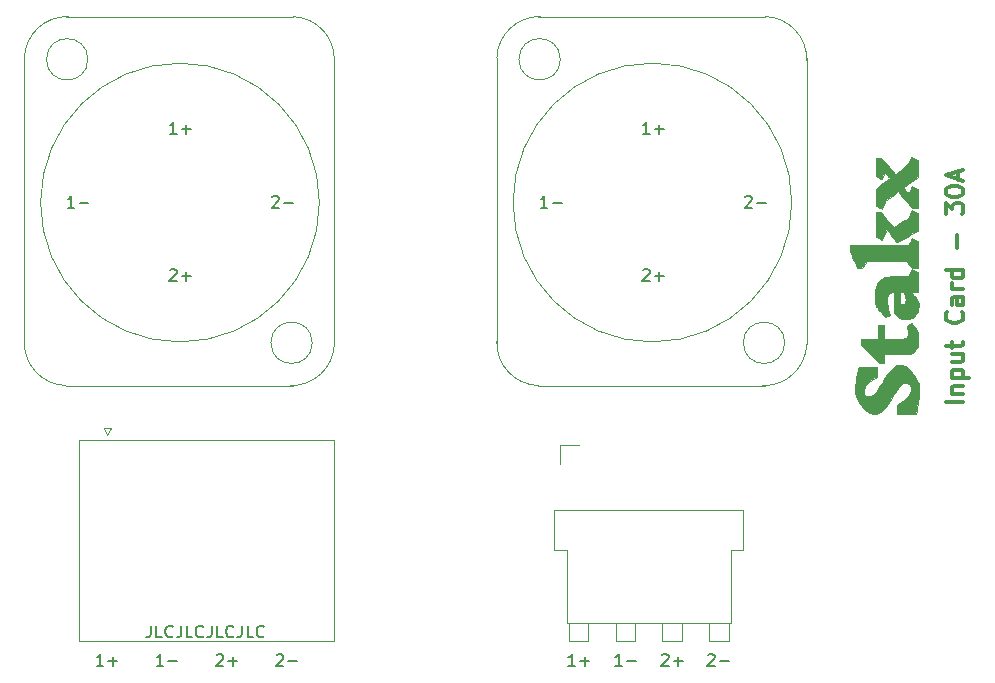
<source format=gbr>
%TF.GenerationSoftware,KiCad,Pcbnew,5.1.8-db9833491~88~ubuntu18.04.1*%
%TF.CreationDate,2020-12-18T15:57:36+01:00*%
%TF.ProjectId,Ingressi,496e6772-6573-4736-992e-6b696361645f,v1.0*%
%TF.SameCoordinates,Original*%
%TF.FileFunction,Legend,Top*%
%TF.FilePolarity,Positive*%
%FSLAX46Y46*%
G04 Gerber Fmt 4.6, Leading zero omitted, Abs format (unit mm)*
G04 Created by KiCad (PCBNEW 5.1.8-db9833491~88~ubuntu18.04.1) date 2020-12-18 15:57:36*
%MOMM*%
%LPD*%
G01*
G04 APERTURE LIST*
%ADD10C,0.150000*%
%ADD11C,0.300000*%
%ADD12C,0.120000*%
%ADD13C,0.010000*%
G04 APERTURE END LIST*
D10*
X99645238Y-88547619D02*
X99692857Y-88500000D01*
X99788095Y-88452380D01*
X100026190Y-88452380D01*
X100121428Y-88500000D01*
X100169047Y-88547619D01*
X100216666Y-88642857D01*
X100216666Y-88738095D01*
X100169047Y-88880952D01*
X99597619Y-89452380D01*
X100216666Y-89452380D01*
X100645238Y-89071428D02*
X101407142Y-89071428D01*
X92366666Y-89452380D02*
X91795238Y-89452380D01*
X92080952Y-89452380D02*
X92080952Y-88452380D01*
X91985714Y-88595238D01*
X91890476Y-88690476D01*
X91795238Y-88738095D01*
X92795238Y-89071428D02*
X93557142Y-89071428D01*
X95745238Y-88547619D02*
X95792857Y-88500000D01*
X95888095Y-88452380D01*
X96126190Y-88452380D01*
X96221428Y-88500000D01*
X96269047Y-88547619D01*
X96316666Y-88642857D01*
X96316666Y-88738095D01*
X96269047Y-88880952D01*
X95697619Y-89452380D01*
X96316666Y-89452380D01*
X96745238Y-89071428D02*
X97507142Y-89071428D01*
X97126190Y-89452380D02*
X97126190Y-88690476D01*
X88416666Y-89452380D02*
X87845238Y-89452380D01*
X88130952Y-89452380D02*
X88130952Y-88452380D01*
X88035714Y-88595238D01*
X87940476Y-88690476D01*
X87845238Y-88738095D01*
X88845238Y-89071428D02*
X89607142Y-89071428D01*
X89226190Y-89452380D02*
X89226190Y-88690476D01*
X94716666Y-44402380D02*
X94145238Y-44402380D01*
X94430952Y-44402380D02*
X94430952Y-43402380D01*
X94335714Y-43545238D01*
X94240476Y-43640476D01*
X94145238Y-43688095D01*
X95145238Y-44021428D02*
X95907142Y-44021428D01*
X95526190Y-44402380D02*
X95526190Y-43640476D01*
X94145238Y-55963619D02*
X94192857Y-55916000D01*
X94288095Y-55868380D01*
X94526190Y-55868380D01*
X94621428Y-55916000D01*
X94669047Y-55963619D01*
X94716666Y-56058857D01*
X94716666Y-56154095D01*
X94669047Y-56296952D01*
X94097619Y-56868380D01*
X94716666Y-56868380D01*
X95145238Y-56487428D02*
X95907142Y-56487428D01*
X95526190Y-56868380D02*
X95526190Y-56106476D01*
X86066666Y-50652380D02*
X85495238Y-50652380D01*
X85780952Y-50652380D02*
X85780952Y-49652380D01*
X85685714Y-49795238D01*
X85590476Y-49890476D01*
X85495238Y-49938095D01*
X86495238Y-50271428D02*
X87257142Y-50271428D01*
X102806438Y-49747619D02*
X102854057Y-49700000D01*
X102949295Y-49652380D01*
X103187390Y-49652380D01*
X103282628Y-49700000D01*
X103330247Y-49747619D01*
X103377866Y-49842857D01*
X103377866Y-49938095D01*
X103330247Y-50080952D01*
X102758819Y-50652380D01*
X103377866Y-50652380D01*
X103806438Y-50271428D02*
X104568342Y-50271428D01*
X62756438Y-49747619D02*
X62804057Y-49700000D01*
X62899295Y-49652380D01*
X63137390Y-49652380D01*
X63232628Y-49700000D01*
X63280247Y-49747619D01*
X63327866Y-49842857D01*
X63327866Y-49938095D01*
X63280247Y-50080952D01*
X62708819Y-50652380D01*
X63327866Y-50652380D01*
X63756438Y-50271428D02*
X64518342Y-50271428D01*
X46016666Y-50652380D02*
X45445238Y-50652380D01*
X45730952Y-50652380D02*
X45730952Y-49652380D01*
X45635714Y-49795238D01*
X45540476Y-49890476D01*
X45445238Y-49938095D01*
X46445238Y-50271428D02*
X47207142Y-50271428D01*
X54095238Y-55963619D02*
X54142857Y-55916000D01*
X54238095Y-55868380D01*
X54476190Y-55868380D01*
X54571428Y-55916000D01*
X54619047Y-55963619D01*
X54666666Y-56058857D01*
X54666666Y-56154095D01*
X54619047Y-56296952D01*
X54047619Y-56868380D01*
X54666666Y-56868380D01*
X55095238Y-56487428D02*
X55857142Y-56487428D01*
X55476190Y-56868380D02*
X55476190Y-56106476D01*
X54666666Y-44402380D02*
X54095238Y-44402380D01*
X54380952Y-44402380D02*
X54380952Y-43402380D01*
X54285714Y-43545238D01*
X54190476Y-43640476D01*
X54095238Y-43688095D01*
X55095238Y-44021428D02*
X55857142Y-44021428D01*
X55476190Y-44402380D02*
X55476190Y-43640476D01*
D11*
X121278571Y-67150000D02*
X119778571Y-67150000D01*
X120278571Y-66435714D02*
X121278571Y-66435714D01*
X120421428Y-66435714D02*
X120350000Y-66364285D01*
X120278571Y-66221428D01*
X120278571Y-66007142D01*
X120350000Y-65864285D01*
X120492857Y-65792857D01*
X121278571Y-65792857D01*
X120278571Y-65078571D02*
X121778571Y-65078571D01*
X120350000Y-65078571D02*
X120278571Y-64935714D01*
X120278571Y-64650000D01*
X120350000Y-64507142D01*
X120421428Y-64435714D01*
X120564285Y-64364285D01*
X120992857Y-64364285D01*
X121135714Y-64435714D01*
X121207142Y-64507142D01*
X121278571Y-64650000D01*
X121278571Y-64935714D01*
X121207142Y-65078571D01*
X120278571Y-63078571D02*
X121278571Y-63078571D01*
X120278571Y-63721428D02*
X121064285Y-63721428D01*
X121207142Y-63650000D01*
X121278571Y-63507142D01*
X121278571Y-63292857D01*
X121207142Y-63150000D01*
X121135714Y-63078571D01*
X120278571Y-62578571D02*
X120278571Y-62007142D01*
X119778571Y-62364285D02*
X121064285Y-62364285D01*
X121207142Y-62292857D01*
X121278571Y-62150000D01*
X121278571Y-62007142D01*
X121135714Y-59507142D02*
X121207142Y-59578571D01*
X121278571Y-59792857D01*
X121278571Y-59935714D01*
X121207142Y-60150000D01*
X121064285Y-60292857D01*
X120921428Y-60364285D01*
X120635714Y-60435714D01*
X120421428Y-60435714D01*
X120135714Y-60364285D01*
X119992857Y-60292857D01*
X119850000Y-60150000D01*
X119778571Y-59935714D01*
X119778571Y-59792857D01*
X119850000Y-59578571D01*
X119921428Y-59507142D01*
X121278571Y-58221428D02*
X120492857Y-58221428D01*
X120350000Y-58292857D01*
X120278571Y-58435714D01*
X120278571Y-58721428D01*
X120350000Y-58864285D01*
X121207142Y-58221428D02*
X121278571Y-58364285D01*
X121278571Y-58721428D01*
X121207142Y-58864285D01*
X121064285Y-58935714D01*
X120921428Y-58935714D01*
X120778571Y-58864285D01*
X120707142Y-58721428D01*
X120707142Y-58364285D01*
X120635714Y-58221428D01*
X121278571Y-57507142D02*
X120278571Y-57507142D01*
X120564285Y-57507142D02*
X120421428Y-57435714D01*
X120350000Y-57364285D01*
X120278571Y-57221428D01*
X120278571Y-57078571D01*
X121278571Y-55935714D02*
X119778571Y-55935714D01*
X121207142Y-55935714D02*
X121278571Y-56078571D01*
X121278571Y-56364285D01*
X121207142Y-56507142D01*
X121135714Y-56578571D01*
X120992857Y-56650000D01*
X120564285Y-56650000D01*
X120421428Y-56578571D01*
X120350000Y-56507142D01*
X120278571Y-56364285D01*
X120278571Y-56078571D01*
X120350000Y-55935714D01*
X120707142Y-54078571D02*
X120707142Y-52935714D01*
X119778571Y-51221428D02*
X119778571Y-50292857D01*
X120350000Y-50792857D01*
X120350000Y-50578571D01*
X120421428Y-50435714D01*
X120492857Y-50364285D01*
X120635714Y-50292857D01*
X120992857Y-50292857D01*
X121135714Y-50364285D01*
X121207142Y-50435714D01*
X121278571Y-50578571D01*
X121278571Y-51007142D01*
X121207142Y-51150000D01*
X121135714Y-51221428D01*
X119778571Y-49364285D02*
X119778571Y-49221428D01*
X119850000Y-49078571D01*
X119921428Y-49007142D01*
X120064285Y-48935714D01*
X120350000Y-48864285D01*
X120707142Y-48864285D01*
X120992857Y-48935714D01*
X121135714Y-49007142D01*
X121207142Y-49078571D01*
X121278571Y-49221428D01*
X121278571Y-49364285D01*
X121207142Y-49507142D01*
X121135714Y-49578571D01*
X120992857Y-49650000D01*
X120707142Y-49721428D01*
X120350000Y-49721428D01*
X120064285Y-49650000D01*
X119921428Y-49578571D01*
X119850000Y-49507142D01*
X119778571Y-49364285D01*
X120850000Y-48292857D02*
X120850000Y-47578571D01*
X121278571Y-48435714D02*
X119778571Y-47935714D01*
X121278571Y-47435714D01*
D10*
X52480952Y-86052380D02*
X52480952Y-86766666D01*
X52433333Y-86909523D01*
X52338095Y-87004761D01*
X52195238Y-87052380D01*
X52100000Y-87052380D01*
X53433333Y-87052380D02*
X52957142Y-87052380D01*
X52957142Y-86052380D01*
X54338095Y-86957142D02*
X54290476Y-87004761D01*
X54147619Y-87052380D01*
X54052380Y-87052380D01*
X53909523Y-87004761D01*
X53814285Y-86909523D01*
X53766666Y-86814285D01*
X53719047Y-86623809D01*
X53719047Y-86480952D01*
X53766666Y-86290476D01*
X53814285Y-86195238D01*
X53909523Y-86100000D01*
X54052380Y-86052380D01*
X54147619Y-86052380D01*
X54290476Y-86100000D01*
X54338095Y-86147619D01*
X55052380Y-86052380D02*
X55052380Y-86766666D01*
X55004761Y-86909523D01*
X54909523Y-87004761D01*
X54766666Y-87052380D01*
X54671428Y-87052380D01*
X56004761Y-87052380D02*
X55528571Y-87052380D01*
X55528571Y-86052380D01*
X56909523Y-86957142D02*
X56861904Y-87004761D01*
X56719047Y-87052380D01*
X56623809Y-87052380D01*
X56480952Y-87004761D01*
X56385714Y-86909523D01*
X56338095Y-86814285D01*
X56290476Y-86623809D01*
X56290476Y-86480952D01*
X56338095Y-86290476D01*
X56385714Y-86195238D01*
X56480952Y-86100000D01*
X56623809Y-86052380D01*
X56719047Y-86052380D01*
X56861904Y-86100000D01*
X56909523Y-86147619D01*
X57623809Y-86052380D02*
X57623809Y-86766666D01*
X57576190Y-86909523D01*
X57480952Y-87004761D01*
X57338095Y-87052380D01*
X57242857Y-87052380D01*
X58576190Y-87052380D02*
X58100000Y-87052380D01*
X58100000Y-86052380D01*
X59480952Y-86957142D02*
X59433333Y-87004761D01*
X59290476Y-87052380D01*
X59195238Y-87052380D01*
X59052380Y-87004761D01*
X58957142Y-86909523D01*
X58909523Y-86814285D01*
X58861904Y-86623809D01*
X58861904Y-86480952D01*
X58909523Y-86290476D01*
X58957142Y-86195238D01*
X59052380Y-86100000D01*
X59195238Y-86052380D01*
X59290476Y-86052380D01*
X59433333Y-86100000D01*
X59480952Y-86147619D01*
X60195238Y-86052380D02*
X60195238Y-86766666D01*
X60147619Y-86909523D01*
X60052380Y-87004761D01*
X59909523Y-87052380D01*
X59814285Y-87052380D01*
X61147619Y-87052380D02*
X60671428Y-87052380D01*
X60671428Y-86052380D01*
X62052380Y-86957142D02*
X62004761Y-87004761D01*
X61861904Y-87052380D01*
X61766666Y-87052380D01*
X61623809Y-87004761D01*
X61528571Y-86909523D01*
X61480952Y-86814285D01*
X61433333Y-86623809D01*
X61433333Y-86480952D01*
X61480952Y-86290476D01*
X61528571Y-86195238D01*
X61623809Y-86100000D01*
X61766666Y-86052380D01*
X61861904Y-86052380D01*
X62004761Y-86100000D01*
X62052380Y-86147619D01*
X63135238Y-88547619D02*
X63182857Y-88500000D01*
X63278095Y-88452380D01*
X63516190Y-88452380D01*
X63611428Y-88500000D01*
X63659047Y-88547619D01*
X63706666Y-88642857D01*
X63706666Y-88738095D01*
X63659047Y-88880952D01*
X63087619Y-89452380D01*
X63706666Y-89452380D01*
X64135238Y-89071428D02*
X64897142Y-89071428D01*
X58055238Y-88547619D02*
X58102857Y-88500000D01*
X58198095Y-88452380D01*
X58436190Y-88452380D01*
X58531428Y-88500000D01*
X58579047Y-88547619D01*
X58626666Y-88642857D01*
X58626666Y-88738095D01*
X58579047Y-88880952D01*
X58007619Y-89452380D01*
X58626666Y-89452380D01*
X59055238Y-89071428D02*
X59817142Y-89071428D01*
X59436190Y-89452380D02*
X59436190Y-88690476D01*
X53546666Y-89452380D02*
X52975238Y-89452380D01*
X53260952Y-89452380D02*
X53260952Y-88452380D01*
X53165714Y-88595238D01*
X53070476Y-88690476D01*
X52975238Y-88738095D01*
X53975238Y-89071428D02*
X54737142Y-89071428D01*
X48466666Y-89452380D02*
X47895238Y-89452380D01*
X48180952Y-89452380D02*
X48180952Y-88452380D01*
X48085714Y-88595238D01*
X47990476Y-88690476D01*
X47895238Y-88738095D01*
X48895238Y-89071428D02*
X49657142Y-89071428D01*
X49276190Y-89452380D02*
X49276190Y-88690476D01*
D12*
X68010000Y-70290000D02*
X46390000Y-70290000D01*
X48500000Y-69305200D02*
X49100000Y-69305200D01*
X46390000Y-70290000D02*
X46390000Y-87360000D01*
X68010000Y-87360000D02*
X68010000Y-70290000D01*
X49100000Y-69305200D02*
X48800000Y-69905200D01*
X46390000Y-87360000D02*
X68010000Y-87360000D01*
X48800000Y-69905200D02*
X48500000Y-69305200D01*
X106150000Y-62100000D02*
G75*
G03*
X106150000Y-62100000I-1750000J0D01*
G01*
X81780000Y-62220000D02*
X81780000Y-37980000D01*
X85280000Y-34480000D02*
X104520000Y-34480000D01*
X108020000Y-62220000D02*
X108020000Y-37980000D01*
X87150000Y-38100000D02*
G75*
G03*
X87150000Y-38100000I-1750000J0D01*
G01*
X85280000Y-65720000D02*
X104520000Y-65720000D01*
X106750800Y-50227000D02*
G75*
G03*
X106750800Y-50227000I-11800000J0D01*
G01*
X108020000Y-38220000D02*
G75*
G03*
X104520000Y-34480000I-3620000J120000D01*
G01*
X85520000Y-34480000D02*
G75*
G03*
X81780000Y-37980000I-120000J-3620000D01*
G01*
X81780000Y-61980000D02*
G75*
G03*
X85280000Y-65720000I3620000J-120000D01*
G01*
X104280000Y-65720000D02*
G75*
G03*
X108020000Y-62220000I120000J3620000D01*
G01*
X66150000Y-62100000D02*
G75*
G03*
X66150000Y-62100000I-1750000J0D01*
G01*
X41780000Y-62220000D02*
X41780000Y-37980000D01*
X45280000Y-34480000D02*
X64520000Y-34480000D01*
X68020000Y-62220000D02*
X68020000Y-37980000D01*
X47150000Y-38100000D02*
G75*
G03*
X47150000Y-38100000I-1750000J0D01*
G01*
X45280000Y-65720000D02*
X64520000Y-65720000D01*
X66750800Y-50227000D02*
G75*
G03*
X66750800Y-50227000I-11800000J0D01*
G01*
X68020000Y-38220000D02*
G75*
G03*
X64520000Y-34480000I-3620000J120000D01*
G01*
X45520000Y-34480000D02*
G75*
G03*
X41780000Y-37980000I-120000J-3620000D01*
G01*
X41780000Y-61980000D02*
G75*
G03*
X45280000Y-65720000I3620000J-120000D01*
G01*
X64280000Y-65720000D02*
G75*
G03*
X68020000Y-62220000I120000J3620000D01*
G01*
D13*
G36*
X113855568Y-49782751D02*
G01*
X113861371Y-49055096D01*
X114450635Y-48613876D01*
X114591006Y-48508461D01*
X114719436Y-48411419D01*
X114831820Y-48325897D01*
X114924052Y-48255044D01*
X114992027Y-48202008D01*
X115031641Y-48169939D01*
X115040299Y-48161632D01*
X115026218Y-48142388D01*
X114987338Y-48097314D01*
X114929170Y-48032612D01*
X114857222Y-47954481D01*
X114836293Y-47932042D01*
X114631886Y-47713477D01*
X114502015Y-47992676D01*
X114454760Y-48093236D01*
X114414153Y-48177707D01*
X114383719Y-48238903D01*
X114366984Y-48269640D01*
X114365047Y-48271875D01*
X114343788Y-48262616D01*
X114290734Y-48237305D01*
X114213516Y-48199637D01*
X114119769Y-48153307D01*
X114104149Y-48145539D01*
X113850347Y-48019203D01*
X113850347Y-46441840D01*
X114308455Y-46441840D01*
X114493827Y-46656814D01*
X114559058Y-46732465D01*
X114646968Y-46834423D01*
X114751443Y-46955595D01*
X114866366Y-47088888D01*
X114985623Y-47227210D01*
X115091444Y-47349950D01*
X115197946Y-47473176D01*
X115295394Y-47585346D01*
X115380005Y-47682148D01*
X115447992Y-47759272D01*
X115495570Y-47812408D01*
X115518955Y-47837245D01*
X115520381Y-47838429D01*
X115541576Y-47828268D01*
X115592790Y-47794364D01*
X115669301Y-47740126D01*
X115766383Y-47668966D01*
X115879313Y-47584295D01*
X116000090Y-47492049D01*
X116463107Y-47135354D01*
X116667042Y-46772104D01*
X116731359Y-46657149D01*
X116788025Y-46555121D01*
X116833557Y-46472351D01*
X116864472Y-46415174D01*
X116877286Y-46389920D01*
X116877342Y-46389761D01*
X116898134Y-46392091D01*
X116950770Y-46411696D01*
X117027964Y-46445514D01*
X117122433Y-46490481D01*
X117152964Y-46505643D01*
X117422222Y-46640617D01*
X117422222Y-48071512D01*
X116815885Y-48503981D01*
X116672229Y-48606877D01*
X116540722Y-48701901D01*
X116425518Y-48785990D01*
X116330766Y-48856079D01*
X116260618Y-48909103D01*
X116219225Y-48941999D01*
X116209548Y-48951595D01*
X116223317Y-48971711D01*
X116260385Y-49017184D01*
X116314400Y-49080734D01*
X116379007Y-49155082D01*
X116447851Y-49232947D01*
X116514579Y-49307050D01*
X116572835Y-49370112D01*
X116596609Y-49395029D01*
X116611128Y-49402963D01*
X116628224Y-49393770D01*
X116651251Y-49362346D01*
X116683563Y-49303587D01*
X116728515Y-49212389D01*
X116759639Y-49146982D01*
X116807952Y-49046380D01*
X116850012Y-48961830D01*
X116882146Y-48900491D01*
X116900677Y-48869525D01*
X116903249Y-48867187D01*
X116926170Y-48876473D01*
X116980696Y-48901854D01*
X117059034Y-48939618D01*
X117153392Y-48986053D01*
X117168420Y-48993523D01*
X117422222Y-49119859D01*
X117422222Y-50697222D01*
X116962108Y-50697222D01*
X116623035Y-50305859D01*
X116504928Y-50169448D01*
X116376207Y-50020625D01*
X116246496Y-49870528D01*
X116125422Y-49730296D01*
X116022607Y-49611066D01*
X116013260Y-49600215D01*
X115742558Y-49285935D01*
X115683909Y-49327988D01*
X115651050Y-49352465D01*
X115588571Y-49399845D01*
X115501758Y-49466087D01*
X115395898Y-49547150D01*
X115276277Y-49638991D01*
X115155762Y-49731732D01*
X114686264Y-50093422D01*
X114531047Y-50422883D01*
X114478902Y-50533136D01*
X114433402Y-50628527D01*
X114397799Y-50702301D01*
X114375350Y-50747697D01*
X114369182Y-50758996D01*
X114348148Y-50752237D01*
X114295322Y-50729026D01*
X114218254Y-50692834D01*
X114124491Y-50647132D01*
X114106149Y-50638028D01*
X113849765Y-50510407D01*
X113855568Y-49782751D01*
G37*
X113855568Y-49782751D02*
X113861371Y-49055096D01*
X114450635Y-48613876D01*
X114591006Y-48508461D01*
X114719436Y-48411419D01*
X114831820Y-48325897D01*
X114924052Y-48255044D01*
X114992027Y-48202008D01*
X115031641Y-48169939D01*
X115040299Y-48161632D01*
X115026218Y-48142388D01*
X114987338Y-48097314D01*
X114929170Y-48032612D01*
X114857222Y-47954481D01*
X114836293Y-47932042D01*
X114631886Y-47713477D01*
X114502015Y-47992676D01*
X114454760Y-48093236D01*
X114414153Y-48177707D01*
X114383719Y-48238903D01*
X114366984Y-48269640D01*
X114365047Y-48271875D01*
X114343788Y-48262616D01*
X114290734Y-48237305D01*
X114213516Y-48199637D01*
X114119769Y-48153307D01*
X114104149Y-48145539D01*
X113850347Y-48019203D01*
X113850347Y-46441840D01*
X114308455Y-46441840D01*
X114493827Y-46656814D01*
X114559058Y-46732465D01*
X114646968Y-46834423D01*
X114751443Y-46955595D01*
X114866366Y-47088888D01*
X114985623Y-47227210D01*
X115091444Y-47349950D01*
X115197946Y-47473176D01*
X115295394Y-47585346D01*
X115380005Y-47682148D01*
X115447992Y-47759272D01*
X115495570Y-47812408D01*
X115518955Y-47837245D01*
X115520381Y-47838429D01*
X115541576Y-47828268D01*
X115592790Y-47794364D01*
X115669301Y-47740126D01*
X115766383Y-47668966D01*
X115879313Y-47584295D01*
X116000090Y-47492049D01*
X116463107Y-47135354D01*
X116667042Y-46772104D01*
X116731359Y-46657149D01*
X116788025Y-46555121D01*
X116833557Y-46472351D01*
X116864472Y-46415174D01*
X116877286Y-46389920D01*
X116877342Y-46389761D01*
X116898134Y-46392091D01*
X116950770Y-46411696D01*
X117027964Y-46445514D01*
X117122433Y-46490481D01*
X117152964Y-46505643D01*
X117422222Y-46640617D01*
X117422222Y-48071512D01*
X116815885Y-48503981D01*
X116672229Y-48606877D01*
X116540722Y-48701901D01*
X116425518Y-48785990D01*
X116330766Y-48856079D01*
X116260618Y-48909103D01*
X116219225Y-48941999D01*
X116209548Y-48951595D01*
X116223317Y-48971711D01*
X116260385Y-49017184D01*
X116314400Y-49080734D01*
X116379007Y-49155082D01*
X116447851Y-49232947D01*
X116514579Y-49307050D01*
X116572835Y-49370112D01*
X116596609Y-49395029D01*
X116611128Y-49402963D01*
X116628224Y-49393770D01*
X116651251Y-49362346D01*
X116683563Y-49303587D01*
X116728515Y-49212389D01*
X116759639Y-49146982D01*
X116807952Y-49046380D01*
X116850012Y-48961830D01*
X116882146Y-48900491D01*
X116900677Y-48869525D01*
X116903249Y-48867187D01*
X116926170Y-48876473D01*
X116980696Y-48901854D01*
X117059034Y-48939618D01*
X117153392Y-48986053D01*
X117168420Y-48993523D01*
X117422222Y-49119859D01*
X117422222Y-50697222D01*
X116962108Y-50697222D01*
X116623035Y-50305859D01*
X116504928Y-50169448D01*
X116376207Y-50020625D01*
X116246496Y-49870528D01*
X116125422Y-49730296D01*
X116022607Y-49611066D01*
X116013260Y-49600215D01*
X115742558Y-49285935D01*
X115683909Y-49327988D01*
X115651050Y-49352465D01*
X115588571Y-49399845D01*
X115501758Y-49466087D01*
X115395898Y-49547150D01*
X115276277Y-49638991D01*
X115155762Y-49731732D01*
X114686264Y-50093422D01*
X114531047Y-50422883D01*
X114478902Y-50533136D01*
X114433402Y-50628527D01*
X114397799Y-50702301D01*
X114375350Y-50747697D01*
X114369182Y-50758996D01*
X114348148Y-50752237D01*
X114295322Y-50729026D01*
X114218254Y-50692834D01*
X114124491Y-50647132D01*
X114106149Y-50638028D01*
X113849765Y-50510407D01*
X113855568Y-49782751D01*
G36*
X114087369Y-51051714D02*
G01*
X114324392Y-51053429D01*
X114819697Y-51678348D01*
X114950018Y-51842461D01*
X115056008Y-51974977D01*
X115140495Y-52079042D01*
X115206303Y-52157802D01*
X115256260Y-52214402D01*
X115293191Y-52251990D01*
X115319923Y-52273710D01*
X115339282Y-52282710D01*
X115354094Y-52282134D01*
X115359888Y-52279664D01*
X115389187Y-52263165D01*
X115450733Y-52227749D01*
X115538732Y-52176796D01*
X115647388Y-52113688D01*
X115770907Y-52041808D01*
X115903493Y-51964536D01*
X116039351Y-51885256D01*
X116172687Y-51807348D01*
X116297704Y-51734195D01*
X116408607Y-51669178D01*
X116499602Y-51615679D01*
X116564894Y-51577080D01*
X116598687Y-51556763D01*
X116599063Y-51556528D01*
X116621979Y-51526439D01*
X116655866Y-51461107D01*
X116697673Y-51367095D01*
X116744350Y-51250967D01*
X116758985Y-51212427D01*
X116801344Y-51101719D01*
X116839516Y-51006222D01*
X116870414Y-50933340D01*
X116890948Y-50890477D01*
X116896644Y-50882417D01*
X116922035Y-50887724D01*
X116978303Y-50910302D01*
X117057431Y-50946638D01*
X117151404Y-50993218D01*
X117163005Y-50999179D01*
X117411198Y-51127170D01*
X117416997Y-51880205D01*
X117422796Y-52633241D01*
X116876806Y-52931688D01*
X116712051Y-53021820D01*
X116539075Y-53116584D01*
X116367808Y-53210528D01*
X116208180Y-53298205D01*
X116070121Y-53374163D01*
X115989062Y-53418861D01*
X115647309Y-53607588D01*
X115596939Y-53546980D01*
X115570525Y-53513857D01*
X115521335Y-53450887D01*
X115453378Y-53363252D01*
X115370662Y-53256136D01*
X115277197Y-53134720D01*
X115176992Y-53004187D01*
X115169693Y-52994666D01*
X114792818Y-52502960D01*
X114689995Y-52719058D01*
X114632656Y-52840749D01*
X114568417Y-52978914D01*
X114508245Y-53109919D01*
X114488855Y-53152622D01*
X114446520Y-53242267D01*
X114408341Y-53315907D01*
X114379084Y-53364757D01*
X114365434Y-53380037D01*
X114337112Y-53374451D01*
X114278138Y-53351971D01*
X114196945Y-53316123D01*
X114101966Y-53270433D01*
X114095338Y-53267117D01*
X113850347Y-53144249D01*
X113850347Y-51050000D01*
X114087369Y-51051714D01*
G37*
X114087369Y-51051714D02*
X114324392Y-51053429D01*
X114819697Y-51678348D01*
X114950018Y-51842461D01*
X115056008Y-51974977D01*
X115140495Y-52079042D01*
X115206303Y-52157802D01*
X115256260Y-52214402D01*
X115293191Y-52251990D01*
X115319923Y-52273710D01*
X115339282Y-52282710D01*
X115354094Y-52282134D01*
X115359888Y-52279664D01*
X115389187Y-52263165D01*
X115450733Y-52227749D01*
X115538732Y-52176796D01*
X115647388Y-52113688D01*
X115770907Y-52041808D01*
X115903493Y-51964536D01*
X116039351Y-51885256D01*
X116172687Y-51807348D01*
X116297704Y-51734195D01*
X116408607Y-51669178D01*
X116499602Y-51615679D01*
X116564894Y-51577080D01*
X116598687Y-51556763D01*
X116599063Y-51556528D01*
X116621979Y-51526439D01*
X116655866Y-51461107D01*
X116697673Y-51367095D01*
X116744350Y-51250967D01*
X116758985Y-51212427D01*
X116801344Y-51101719D01*
X116839516Y-51006222D01*
X116870414Y-50933340D01*
X116890948Y-50890477D01*
X116896644Y-50882417D01*
X116922035Y-50887724D01*
X116978303Y-50910302D01*
X117057431Y-50946638D01*
X117151404Y-50993218D01*
X117163005Y-50999179D01*
X117411198Y-51127170D01*
X117416997Y-51880205D01*
X117422796Y-52633241D01*
X116876806Y-52931688D01*
X116712051Y-53021820D01*
X116539075Y-53116584D01*
X116367808Y-53210528D01*
X116208180Y-53298205D01*
X116070121Y-53374163D01*
X115989062Y-53418861D01*
X115647309Y-53607588D01*
X115596939Y-53546980D01*
X115570525Y-53513857D01*
X115521335Y-53450887D01*
X115453378Y-53363252D01*
X115370662Y-53256136D01*
X115277197Y-53134720D01*
X115176992Y-53004187D01*
X115169693Y-52994666D01*
X114792818Y-52502960D01*
X114689995Y-52719058D01*
X114632656Y-52840749D01*
X114568417Y-52978914D01*
X114508245Y-53109919D01*
X114488855Y-53152622D01*
X114446520Y-53242267D01*
X114408341Y-53315907D01*
X114379084Y-53364757D01*
X114365434Y-53380037D01*
X114337112Y-53374451D01*
X114278138Y-53351971D01*
X114196945Y-53316123D01*
X114101966Y-53270433D01*
X114095338Y-53267117D01*
X113850347Y-53144249D01*
X113850347Y-51050000D01*
X114087369Y-51051714D01*
G36*
X111672261Y-54080103D02*
G01*
X111678559Y-53839149D01*
X114193627Y-53833544D01*
X116708696Y-53827939D01*
X116792193Y-53557936D01*
X116824953Y-53454679D01*
X116854417Y-53366725D01*
X116877582Y-53302698D01*
X116891450Y-53271220D01*
X116892372Y-53270012D01*
X116917204Y-53272593D01*
X116973279Y-53292382D01*
X117052730Y-53326218D01*
X117147688Y-53370941D01*
X117165638Y-53379812D01*
X117422222Y-53507532D01*
X117422222Y-54616611D01*
X117422032Y-54873953D01*
X117421407Y-55090420D01*
X117420262Y-55269233D01*
X117418514Y-55413613D01*
X117416079Y-55526781D01*
X117412872Y-55611957D01*
X117408810Y-55672363D01*
X117403808Y-55711219D01*
X117397783Y-55731747D01*
X117393007Y-55736900D01*
X117359143Y-55741163D01*
X117292747Y-55743238D01*
X117205340Y-55742889D01*
X117156970Y-55741720D01*
X116950147Y-55735329D01*
X116441059Y-55152841D01*
X113105619Y-55151041D01*
X112913219Y-55449418D01*
X112720819Y-55747794D01*
X112489995Y-55741562D01*
X112259170Y-55735329D01*
X112072730Y-55294357D01*
X112008843Y-55142966D01*
X111942514Y-54985298D01*
X111878612Y-54832958D01*
X111822005Y-54697551D01*
X111777558Y-54590679D01*
X111776127Y-54587221D01*
X111665963Y-54321058D01*
X111672261Y-54080103D01*
G37*
X111672261Y-54080103D02*
X111678559Y-53839149D01*
X114193627Y-53833544D01*
X116708696Y-53827939D01*
X116792193Y-53557936D01*
X116824953Y-53454679D01*
X116854417Y-53366725D01*
X116877582Y-53302698D01*
X116891450Y-53271220D01*
X116892372Y-53270012D01*
X116917204Y-53272593D01*
X116973279Y-53292382D01*
X117052730Y-53326218D01*
X117147688Y-53370941D01*
X117165638Y-53379812D01*
X117422222Y-53507532D01*
X117422222Y-54616611D01*
X117422032Y-54873953D01*
X117421407Y-55090420D01*
X117420262Y-55269233D01*
X117418514Y-55413613D01*
X117416079Y-55526781D01*
X117412872Y-55611957D01*
X117408810Y-55672363D01*
X117403808Y-55711219D01*
X117397783Y-55731747D01*
X117393007Y-55736900D01*
X117359143Y-55741163D01*
X117292747Y-55743238D01*
X117205340Y-55742889D01*
X117156970Y-55741720D01*
X116950147Y-55735329D01*
X116441059Y-55152841D01*
X113105619Y-55151041D01*
X112913219Y-55449418D01*
X112720819Y-55747794D01*
X112489995Y-55741562D01*
X112259170Y-55735329D01*
X112072730Y-55294357D01*
X112008843Y-55142966D01*
X111942514Y-54985298D01*
X111878612Y-54832958D01*
X111822005Y-54697551D01*
X111777558Y-54590679D01*
X111776127Y-54587221D01*
X111665963Y-54321058D01*
X111672261Y-54080103D01*
G36*
X113796176Y-57886934D02*
G01*
X113813940Y-57732493D01*
X113814814Y-57727102D01*
X113877163Y-57450917D01*
X113967933Y-57206874D01*
X114086615Y-56995654D01*
X114232699Y-56817942D01*
X114405677Y-56674418D01*
X114605040Y-56565768D01*
X114710243Y-56526108D01*
X114745009Y-56516067D01*
X114785643Y-56507674D01*
X114836606Y-56500706D01*
X114902358Y-56494942D01*
X114987358Y-56490160D01*
X115096068Y-56486138D01*
X115232948Y-56482653D01*
X115402458Y-56479486D01*
X115609058Y-56476412D01*
X115745318Y-56474615D01*
X116659127Y-56462934D01*
X116752829Y-56231423D01*
X116792963Y-56131732D01*
X116828924Y-56041445D01*
X116856255Y-55971808D01*
X116868867Y-55938645D01*
X116891203Y-55877377D01*
X117156981Y-56010607D01*
X117422758Y-56143837D01*
X117416978Y-56964844D01*
X117411198Y-57785850D01*
X117150090Y-57789725D01*
X117047369Y-57792101D01*
X116961749Y-57795689D01*
X116902288Y-57800000D01*
X116878128Y-57804452D01*
X116887845Y-57824201D01*
X116921201Y-57873156D01*
X116974338Y-57946052D01*
X117043393Y-58037623D01*
X117124507Y-58142606D01*
X117149016Y-58173894D01*
X117251889Y-58306440D01*
X117329721Y-58410918D01*
X117386120Y-58492785D01*
X117424695Y-58557498D01*
X117449053Y-58610513D01*
X117459563Y-58643529D01*
X117481387Y-58785806D01*
X117482540Y-58960247D01*
X117462980Y-59160044D01*
X117462767Y-59161538D01*
X117411192Y-59391935D01*
X117327137Y-59593339D01*
X117211712Y-59764606D01*
X117066027Y-59904593D01*
X116891190Y-60012156D01*
X116688311Y-60086152D01*
X116536167Y-60116534D01*
X116332511Y-60126466D01*
X116138200Y-60096416D01*
X116106938Y-60084578D01*
X116106938Y-58847312D01*
X116205799Y-58831368D01*
X116290417Y-58781234D01*
X116350562Y-58700761D01*
X116353765Y-58693691D01*
X116376057Y-58608142D01*
X116384897Y-58495007D01*
X116380655Y-58368578D01*
X116363701Y-58243146D01*
X116339659Y-58148258D01*
X116303155Y-58047047D01*
X116263206Y-57952376D01*
X116224125Y-57872975D01*
X116190223Y-57817577D01*
X116165814Y-57794911D01*
X116165080Y-57794808D01*
X116131778Y-57792959D01*
X116071280Y-57790567D01*
X116033159Y-57789295D01*
X115922916Y-57785850D01*
X115922916Y-58791312D01*
X116004068Y-58825220D01*
X116106938Y-58847312D01*
X116106938Y-60084578D01*
X115950594Y-60025372D01*
X115767056Y-59912320D01*
X115584949Y-59756249D01*
X115576821Y-59748274D01*
X115393750Y-59567657D01*
X115393750Y-57796875D01*
X115331532Y-57796875D01*
X115203930Y-57817779D01*
X115081806Y-57876068D01*
X114973266Y-57965110D01*
X114886415Y-58078271D01*
X114829767Y-58207508D01*
X114804817Y-58347104D01*
X114801864Y-58519581D01*
X114821038Y-58725983D01*
X114862471Y-58967358D01*
X114926294Y-59244751D01*
X114989361Y-59478566D01*
X115018268Y-59582894D01*
X115041191Y-59670736D01*
X115056147Y-59734086D01*
X115061155Y-59764941D01*
X115060699Y-59766594D01*
X115037040Y-59778294D01*
X114983451Y-59802658D01*
X114910544Y-59835003D01*
X114828931Y-59870647D01*
X114749224Y-59904905D01*
X114704718Y-59923689D01*
X114625852Y-59956641D01*
X114276684Y-59522881D01*
X114179373Y-59400899D01*
X114090227Y-59287074D01*
X114013392Y-59186868D01*
X113953012Y-59105739D01*
X113913233Y-59049147D01*
X113899326Y-59025896D01*
X113864394Y-58921195D01*
X113835199Y-58781871D01*
X113812338Y-58617095D01*
X113796409Y-58436041D01*
X113788007Y-58247881D01*
X113787731Y-58061788D01*
X113796176Y-57886934D01*
G37*
X113796176Y-57886934D02*
X113813940Y-57732493D01*
X113814814Y-57727102D01*
X113877163Y-57450917D01*
X113967933Y-57206874D01*
X114086615Y-56995654D01*
X114232699Y-56817942D01*
X114405677Y-56674418D01*
X114605040Y-56565768D01*
X114710243Y-56526108D01*
X114745009Y-56516067D01*
X114785643Y-56507674D01*
X114836606Y-56500706D01*
X114902358Y-56494942D01*
X114987358Y-56490160D01*
X115096068Y-56486138D01*
X115232948Y-56482653D01*
X115402458Y-56479486D01*
X115609058Y-56476412D01*
X115745318Y-56474615D01*
X116659127Y-56462934D01*
X116752829Y-56231423D01*
X116792963Y-56131732D01*
X116828924Y-56041445D01*
X116856255Y-55971808D01*
X116868867Y-55938645D01*
X116891203Y-55877377D01*
X117156981Y-56010607D01*
X117422758Y-56143837D01*
X117416978Y-56964844D01*
X117411198Y-57785850D01*
X117150090Y-57789725D01*
X117047369Y-57792101D01*
X116961749Y-57795689D01*
X116902288Y-57800000D01*
X116878128Y-57804452D01*
X116887845Y-57824201D01*
X116921201Y-57873156D01*
X116974338Y-57946052D01*
X117043393Y-58037623D01*
X117124507Y-58142606D01*
X117149016Y-58173894D01*
X117251889Y-58306440D01*
X117329721Y-58410918D01*
X117386120Y-58492785D01*
X117424695Y-58557498D01*
X117449053Y-58610513D01*
X117459563Y-58643529D01*
X117481387Y-58785806D01*
X117482540Y-58960247D01*
X117462980Y-59160044D01*
X117462767Y-59161538D01*
X117411192Y-59391935D01*
X117327137Y-59593339D01*
X117211712Y-59764606D01*
X117066027Y-59904593D01*
X116891190Y-60012156D01*
X116688311Y-60086152D01*
X116536167Y-60116534D01*
X116332511Y-60126466D01*
X116138200Y-60096416D01*
X116106938Y-60084578D01*
X116106938Y-58847312D01*
X116205799Y-58831368D01*
X116290417Y-58781234D01*
X116350562Y-58700761D01*
X116353765Y-58693691D01*
X116376057Y-58608142D01*
X116384897Y-58495007D01*
X116380655Y-58368578D01*
X116363701Y-58243146D01*
X116339659Y-58148258D01*
X116303155Y-58047047D01*
X116263206Y-57952376D01*
X116224125Y-57872975D01*
X116190223Y-57817577D01*
X116165814Y-57794911D01*
X116165080Y-57794808D01*
X116131778Y-57792959D01*
X116071280Y-57790567D01*
X116033159Y-57789295D01*
X115922916Y-57785850D01*
X115922916Y-58791312D01*
X116004068Y-58825220D01*
X116106938Y-58847312D01*
X116106938Y-60084578D01*
X115950594Y-60025372D01*
X115767056Y-59912320D01*
X115584949Y-59756249D01*
X115576821Y-59748274D01*
X115393750Y-59567657D01*
X115393750Y-57796875D01*
X115331532Y-57796875D01*
X115203930Y-57817779D01*
X115081806Y-57876068D01*
X114973266Y-57965110D01*
X114886415Y-58078271D01*
X114829767Y-58207508D01*
X114804817Y-58347104D01*
X114801864Y-58519581D01*
X114821038Y-58725983D01*
X114862471Y-58967358D01*
X114926294Y-59244751D01*
X114989361Y-59478566D01*
X115018268Y-59582894D01*
X115041191Y-59670736D01*
X115056147Y-59734086D01*
X115061155Y-59764941D01*
X115060699Y-59766594D01*
X115037040Y-59778294D01*
X114983451Y-59802658D01*
X114910544Y-59835003D01*
X114828931Y-59870647D01*
X114749224Y-59904905D01*
X114704718Y-59923689D01*
X114625852Y-59956641D01*
X114276684Y-59522881D01*
X114179373Y-59400899D01*
X114090227Y-59287074D01*
X114013392Y-59186868D01*
X113953012Y-59105739D01*
X113913233Y-59049147D01*
X113899326Y-59025896D01*
X113864394Y-58921195D01*
X113835199Y-58781871D01*
X113812338Y-58617095D01*
X113796409Y-58436041D01*
X113788007Y-58247881D01*
X113787731Y-58061788D01*
X113796176Y-57886934D01*
G36*
X114048784Y-61743576D02*
G01*
X114048784Y-60575000D01*
X114577951Y-60575000D01*
X114577951Y-61743576D01*
X115456635Y-61743576D01*
X115676442Y-61743533D01*
X115856526Y-61743251D01*
X116001259Y-61742503D01*
X116115016Y-61741061D01*
X116202170Y-61738695D01*
X116267093Y-61735178D01*
X116314161Y-61730283D01*
X116347746Y-61723780D01*
X116372222Y-61715441D01*
X116391962Y-61705039D01*
X116409045Y-61693892D01*
X116485895Y-61625587D01*
X116539328Y-61536085D01*
X116574404Y-61416058D01*
X116581625Y-61375708D01*
X116590870Y-61192192D01*
X116563666Y-60989139D01*
X116517799Y-60821066D01*
X116495334Y-60746913D01*
X116481322Y-60688865D01*
X116478760Y-60660335D01*
X116499938Y-60644619D01*
X116551142Y-60616634D01*
X116621803Y-60581337D01*
X116701353Y-60543682D01*
X116779223Y-60508627D01*
X116844845Y-60481128D01*
X116887652Y-60466140D01*
X116895799Y-60464757D01*
X116913775Y-60481269D01*
X116954354Y-60527242D01*
X117013065Y-60597330D01*
X117085434Y-60686190D01*
X117166991Y-60788475D01*
X117172477Y-60795428D01*
X117265618Y-60913590D01*
X117336014Y-61006359D01*
X117387093Y-61083092D01*
X117422280Y-61153146D01*
X117445000Y-61225876D01*
X117458681Y-61310640D01*
X117466749Y-61416794D01*
X117472629Y-61553695D01*
X117475258Y-61622309D01*
X117478758Y-61823509D01*
X117471784Y-61990737D01*
X117456428Y-62118625D01*
X117403029Y-62352991D01*
X117325108Y-62551319D01*
X117221275Y-62715112D01*
X117090141Y-62845873D01*
X116930317Y-62945106D01*
X116740414Y-63014316D01*
X116601718Y-63043666D01*
X116548100Y-63048740D01*
X116455406Y-63053375D01*
X116328656Y-63057465D01*
X116172872Y-63060905D01*
X115993074Y-63063590D01*
X115794281Y-63065414D01*
X115581515Y-63066273D01*
X115520529Y-63066326D01*
X114577951Y-63066493D01*
X114577951Y-63772048D01*
X114167774Y-63772048D01*
X112593576Y-62268780D01*
X112593576Y-61743576D01*
X114048784Y-61743576D01*
G37*
X114048784Y-61743576D02*
X114048784Y-60575000D01*
X114577951Y-60575000D01*
X114577951Y-61743576D01*
X115456635Y-61743576D01*
X115676442Y-61743533D01*
X115856526Y-61743251D01*
X116001259Y-61742503D01*
X116115016Y-61741061D01*
X116202170Y-61738695D01*
X116267093Y-61735178D01*
X116314161Y-61730283D01*
X116347746Y-61723780D01*
X116372222Y-61715441D01*
X116391962Y-61705039D01*
X116409045Y-61693892D01*
X116485895Y-61625587D01*
X116539328Y-61536085D01*
X116574404Y-61416058D01*
X116581625Y-61375708D01*
X116590870Y-61192192D01*
X116563666Y-60989139D01*
X116517799Y-60821066D01*
X116495334Y-60746913D01*
X116481322Y-60688865D01*
X116478760Y-60660335D01*
X116499938Y-60644619D01*
X116551142Y-60616634D01*
X116621803Y-60581337D01*
X116701353Y-60543682D01*
X116779223Y-60508627D01*
X116844845Y-60481128D01*
X116887652Y-60466140D01*
X116895799Y-60464757D01*
X116913775Y-60481269D01*
X116954354Y-60527242D01*
X117013065Y-60597330D01*
X117085434Y-60686190D01*
X117166991Y-60788475D01*
X117172477Y-60795428D01*
X117265618Y-60913590D01*
X117336014Y-61006359D01*
X117387093Y-61083092D01*
X117422280Y-61153146D01*
X117445000Y-61225876D01*
X117458681Y-61310640D01*
X117466749Y-61416794D01*
X117472629Y-61553695D01*
X117475258Y-61622309D01*
X117478758Y-61823509D01*
X117471784Y-61990737D01*
X117456428Y-62118625D01*
X117403029Y-62352991D01*
X117325108Y-62551319D01*
X117221275Y-62715112D01*
X117090141Y-62845873D01*
X116930317Y-62945106D01*
X116740414Y-63014316D01*
X116601718Y-63043666D01*
X116548100Y-63048740D01*
X116455406Y-63053375D01*
X116328656Y-63057465D01*
X116172872Y-63060905D01*
X115993074Y-63063590D01*
X115794281Y-63065414D01*
X115581515Y-63066273D01*
X115520529Y-63066326D01*
X114577951Y-63066493D01*
X114577951Y-63772048D01*
X114167774Y-63772048D01*
X112593576Y-62268780D01*
X112593576Y-61743576D01*
X114048784Y-61743576D01*
G36*
X112124550Y-66087152D02*
G01*
X112135729Y-65775268D01*
X112165953Y-65438614D01*
X112213185Y-65091153D01*
X112275392Y-64746850D01*
X112350538Y-64419667D01*
X112387192Y-64284678D01*
X112420316Y-64168923D01*
X113960590Y-64168923D01*
X113960590Y-65019354D01*
X113811762Y-65092738D01*
X113540072Y-65246922D01*
X113297933Y-65428229D01*
X113202869Y-65513947D01*
X113074347Y-65645689D01*
X112979512Y-65766759D01*
X112912421Y-65885821D01*
X112871130Y-65997448D01*
X112841037Y-66157321D01*
X112847807Y-66298312D01*
X112889386Y-66417325D01*
X112963719Y-66511265D01*
X113068751Y-66577035D01*
X113202429Y-66611542D01*
X113281717Y-66616104D01*
X113379985Y-66609823D01*
X113472703Y-66589541D01*
X113562381Y-66552618D01*
X113651530Y-66496417D01*
X113742659Y-66418301D01*
X113838278Y-66315631D01*
X113940898Y-66185771D01*
X114053029Y-66026083D01*
X114177181Y-65833928D01*
X114315864Y-65606670D01*
X114435562Y-65403645D01*
X114583372Y-65153901D01*
X114715110Y-64940172D01*
X114833688Y-64758667D01*
X114942014Y-64605598D01*
X115042997Y-64477176D01*
X115139548Y-64369611D01*
X115234574Y-64279114D01*
X115330986Y-64201895D01*
X115389530Y-64161141D01*
X115529835Y-64077446D01*
X115658179Y-64023475D01*
X115789884Y-63994307D01*
X115937828Y-63985039D01*
X116026584Y-63985839D01*
X116093812Y-63992395D01*
X116155291Y-64008629D01*
X116226805Y-64038465D01*
X116304966Y-64076309D01*
X116487579Y-64186842D01*
X116670086Y-64334580D01*
X116847657Y-64512886D01*
X117015465Y-64715122D01*
X117168681Y-64934651D01*
X117302475Y-65164833D01*
X117412020Y-65399032D01*
X117492486Y-65630610D01*
X117521380Y-65748496D01*
X117537961Y-65864223D01*
X117547774Y-66010586D01*
X117550463Y-66174591D01*
X117545671Y-66343245D01*
X117540069Y-66428906D01*
X117512893Y-66720067D01*
X117478164Y-67012546D01*
X117437389Y-67296348D01*
X117392073Y-67561481D01*
X117343723Y-67797951D01*
X117316695Y-67910945D01*
X117256171Y-68148698D01*
X116479301Y-68154492D01*
X115702430Y-68160286D01*
X115702430Y-67327826D01*
X115874597Y-67227790D01*
X116119384Y-67070692D01*
X116330392Y-66904371D01*
X116506253Y-66730951D01*
X116645598Y-66552556D01*
X116747060Y-66371308D01*
X116809270Y-66189332D01*
X116830859Y-66008751D01*
X116810459Y-65831690D01*
X116799793Y-65792054D01*
X116743625Y-65676484D01*
X116655807Y-65583474D01*
X116545187Y-65518142D01*
X116420618Y-65485608D01*
X116290948Y-65490989D01*
X116282387Y-65492811D01*
X116198456Y-65517023D01*
X116123574Y-65552951D01*
X116047572Y-65607281D01*
X115960282Y-65686699D01*
X115908479Y-65738671D01*
X115847297Y-65804863D01*
X115784690Y-65880445D01*
X115717678Y-65969822D01*
X115643279Y-66077397D01*
X115558513Y-66207575D01*
X115460399Y-66364759D01*
X115345957Y-66553354D01*
X115262222Y-66693489D01*
X115129841Y-66913655D01*
X115014548Y-67099674D01*
X114912887Y-67256418D01*
X114821404Y-67388761D01*
X114736641Y-67501575D01*
X114655145Y-67599733D01*
X114573458Y-67688108D01*
X114517322Y-67743866D01*
X114360737Y-67883530D01*
X114216027Y-67986948D01*
X114075641Y-68057463D01*
X113932028Y-68098417D01*
X113777636Y-68113152D01*
X113686997Y-68111377D01*
X113558999Y-68098552D01*
X113453205Y-68072353D01*
X113378755Y-68042469D01*
X113184058Y-67932685D01*
X112990857Y-67784984D01*
X112804070Y-67605411D01*
X112628617Y-67400013D01*
X112469418Y-67174836D01*
X112331391Y-66935928D01*
X112219457Y-66689334D01*
X112173560Y-66561198D01*
X112152926Y-66491471D01*
X112138829Y-66424687D01*
X112130140Y-66349934D01*
X112125732Y-66256302D01*
X112124477Y-66132878D01*
X112124550Y-66087152D01*
G37*
X112124550Y-66087152D02*
X112135729Y-65775268D01*
X112165953Y-65438614D01*
X112213185Y-65091153D01*
X112275392Y-64746850D01*
X112350538Y-64419667D01*
X112387192Y-64284678D01*
X112420316Y-64168923D01*
X113960590Y-64168923D01*
X113960590Y-65019354D01*
X113811762Y-65092738D01*
X113540072Y-65246922D01*
X113297933Y-65428229D01*
X113202869Y-65513947D01*
X113074347Y-65645689D01*
X112979512Y-65766759D01*
X112912421Y-65885821D01*
X112871130Y-65997448D01*
X112841037Y-66157321D01*
X112847807Y-66298312D01*
X112889386Y-66417325D01*
X112963719Y-66511265D01*
X113068751Y-66577035D01*
X113202429Y-66611542D01*
X113281717Y-66616104D01*
X113379985Y-66609823D01*
X113472703Y-66589541D01*
X113562381Y-66552618D01*
X113651530Y-66496417D01*
X113742659Y-66418301D01*
X113838278Y-66315631D01*
X113940898Y-66185771D01*
X114053029Y-66026083D01*
X114177181Y-65833928D01*
X114315864Y-65606670D01*
X114435562Y-65403645D01*
X114583372Y-65153901D01*
X114715110Y-64940172D01*
X114833688Y-64758667D01*
X114942014Y-64605598D01*
X115042997Y-64477176D01*
X115139548Y-64369611D01*
X115234574Y-64279114D01*
X115330986Y-64201895D01*
X115389530Y-64161141D01*
X115529835Y-64077446D01*
X115658179Y-64023475D01*
X115789884Y-63994307D01*
X115937828Y-63985039D01*
X116026584Y-63985839D01*
X116093812Y-63992395D01*
X116155291Y-64008629D01*
X116226805Y-64038465D01*
X116304966Y-64076309D01*
X116487579Y-64186842D01*
X116670086Y-64334580D01*
X116847657Y-64512886D01*
X117015465Y-64715122D01*
X117168681Y-64934651D01*
X117302475Y-65164833D01*
X117412020Y-65399032D01*
X117492486Y-65630610D01*
X117521380Y-65748496D01*
X117537961Y-65864223D01*
X117547774Y-66010586D01*
X117550463Y-66174591D01*
X117545671Y-66343245D01*
X117540069Y-66428906D01*
X117512893Y-66720067D01*
X117478164Y-67012546D01*
X117437389Y-67296348D01*
X117392073Y-67561481D01*
X117343723Y-67797951D01*
X117316695Y-67910945D01*
X117256171Y-68148698D01*
X116479301Y-68154492D01*
X115702430Y-68160286D01*
X115702430Y-67327826D01*
X115874597Y-67227790D01*
X116119384Y-67070692D01*
X116330392Y-66904371D01*
X116506253Y-66730951D01*
X116645598Y-66552556D01*
X116747060Y-66371308D01*
X116809270Y-66189332D01*
X116830859Y-66008751D01*
X116810459Y-65831690D01*
X116799793Y-65792054D01*
X116743625Y-65676484D01*
X116655807Y-65583474D01*
X116545187Y-65518142D01*
X116420618Y-65485608D01*
X116290948Y-65490989D01*
X116282387Y-65492811D01*
X116198456Y-65517023D01*
X116123574Y-65552951D01*
X116047572Y-65607281D01*
X115960282Y-65686699D01*
X115908479Y-65738671D01*
X115847297Y-65804863D01*
X115784690Y-65880445D01*
X115717678Y-65969822D01*
X115643279Y-66077397D01*
X115558513Y-66207575D01*
X115460399Y-66364759D01*
X115345957Y-66553354D01*
X115262222Y-66693489D01*
X115129841Y-66913655D01*
X115014548Y-67099674D01*
X114912887Y-67256418D01*
X114821404Y-67388761D01*
X114736641Y-67501575D01*
X114655145Y-67599733D01*
X114573458Y-67688108D01*
X114517322Y-67743866D01*
X114360737Y-67883530D01*
X114216027Y-67986948D01*
X114075641Y-68057463D01*
X113932028Y-68098417D01*
X113777636Y-68113152D01*
X113686997Y-68111377D01*
X113558999Y-68098552D01*
X113453205Y-68072353D01*
X113378755Y-68042469D01*
X113184058Y-67932685D01*
X112990857Y-67784984D01*
X112804070Y-67605411D01*
X112628617Y-67400013D01*
X112469418Y-67174836D01*
X112331391Y-66935928D01*
X112219457Y-66689334D01*
X112173560Y-66561198D01*
X112152926Y-66491471D01*
X112138829Y-66424687D01*
X112130140Y-66349934D01*
X112125732Y-66256302D01*
X112124477Y-66132878D01*
X112124550Y-66087152D01*
D12*
X87090000Y-70740000D02*
X87090000Y-72350000D01*
X88700000Y-70740000D02*
X87090000Y-70740000D01*
X101400000Y-87360000D02*
X101400000Y-85860000D01*
X99760000Y-87360000D02*
X101400000Y-87360000D01*
X99760000Y-85860000D02*
X99760000Y-87360000D01*
X97440000Y-87360000D02*
X97440000Y-85860000D01*
X95800000Y-87360000D02*
X97440000Y-87360000D01*
X95800000Y-85860000D02*
X95800000Y-87360000D01*
X93480000Y-87360000D02*
X93480000Y-85860000D01*
X91840000Y-87360000D02*
X93480000Y-87360000D01*
X91840000Y-85860000D02*
X91840000Y-87360000D01*
X89520000Y-87360000D02*
X89520000Y-85860000D01*
X87880000Y-87360000D02*
X89520000Y-87360000D01*
X87880000Y-85860000D02*
X87880000Y-87360000D01*
X86640000Y-79660000D02*
X86640000Y-76240000D01*
X87690000Y-79660000D02*
X86640000Y-79660000D01*
X87690000Y-85860000D02*
X87690000Y-79660000D01*
X101590000Y-85860000D02*
X87690000Y-85860000D01*
X101590000Y-79660000D02*
X101590000Y-85860000D01*
X102640000Y-79660000D02*
X101590000Y-79660000D01*
X102640000Y-76240000D02*
X102640000Y-79660000D01*
X86640000Y-76240000D02*
X102640000Y-76240000D01*
M02*

</source>
